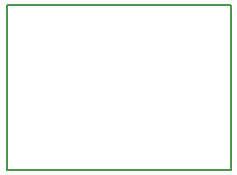
<source format=gm1>
G04 #@! TF.GenerationSoftware,KiCad,Pcbnew,(5.0.0)*
G04 #@! TF.CreationDate,2019-01-09T16:35:06-03:00*
G04 #@! TF.ProjectId,Antena,416E74656E612E6B696361645F706362,rev?*
G04 #@! TF.SameCoordinates,Original*
G04 #@! TF.FileFunction,Profile,NP*
%FSLAX46Y46*%
G04 Gerber Fmt 4.6, Leading zero omitted, Abs format (unit mm)*
G04 Created by KiCad (PCBNEW (5.0.0)) date 01/09/19 16:35:06*
%MOMM*%
%LPD*%
G01*
G04 APERTURE LIST*
%ADD10C,0.150000*%
G04 APERTURE END LIST*
D10*
X8000000Y7000000D02*
X8000000Y-7000000D01*
X-11000000Y7000000D02*
X-11000000Y-7000000D01*
X-11000000Y7000000D02*
X8000000Y7000000D01*
X-11000000Y-7000000D02*
X8000000Y-7000000D01*
M02*

</source>
